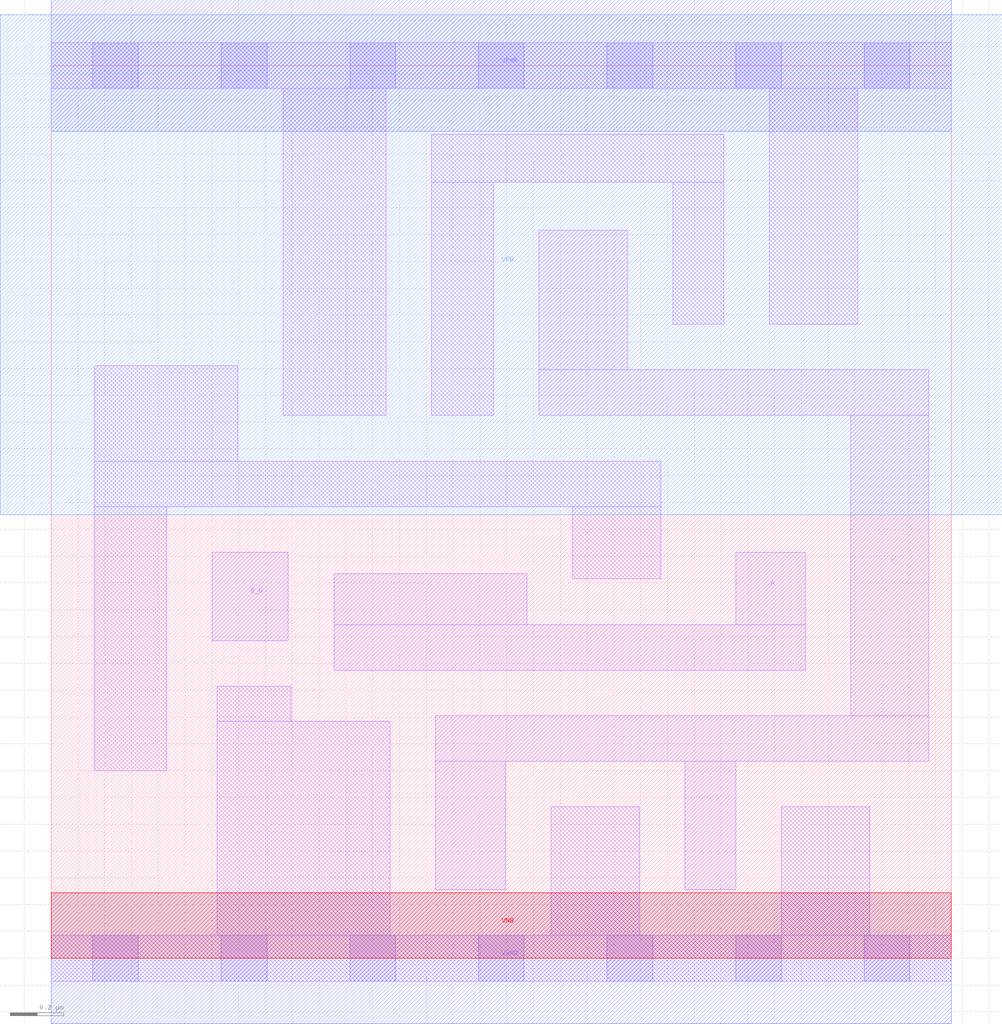
<source format=lef>
# Copyright 2020 The SkyWater PDK Authors
#
# Licensed under the Apache License, Version 2.0 (the "License");
# you may not use this file except in compliance with the License.
# You may obtain a copy of the License at
#
#     https://www.apache.org/licenses/LICENSE-2.0
#
# Unless required by applicable law or agreed to in writing, software
# distributed under the License is distributed on an "AS IS" BASIS,
# WITHOUT WARRANTIES OR CONDITIONS OF ANY KIND, either express or implied.
# See the License for the specific language governing permissions and
# limitations under the License.
#
# SPDX-License-Identifier: Apache-2.0

VERSION 5.7 ;
  NOWIREEXTENSIONATPIN ON ;
  DIVIDERCHAR "/" ;
  BUSBITCHARS "[]" ;
MACRO sky130_fd_sc_lp__nor2b_2
  CLASS CORE ;
  FOREIGN sky130_fd_sc_lp__nor2b_2 ;
  ORIGIN  0.000000  0.000000 ;
  SIZE  3.360000 BY  3.330000 ;
  SYMMETRY X Y R90 ;
  SITE unit ;
  PIN A
    ANTENNAGATEAREA  0.630000 ;
    DIRECTION INPUT ;
    USE SIGNAL ;
    PORT
      LAYER li1 ;
        RECT 1.055000 1.075000 2.815000 1.245000 ;
        RECT 1.055000 1.245000 1.775000 1.435000 ;
        RECT 2.555000 1.245000 2.815000 1.515000 ;
    END
  END A
  PIN B_N
    ANTENNAGATEAREA  0.126000 ;
    DIRECTION INPUT ;
    USE SIGNAL ;
    PORT
      LAYER li1 ;
        RECT 0.600000 1.185000 0.885000 1.515000 ;
    END
  END B_N
  PIN Y
    ANTENNADIFFAREA  0.823200 ;
    DIRECTION OUTPUT ;
    USE SIGNAL ;
    PORT
      LAYER li1 ;
        RECT 1.435000 0.255000 1.695000 0.735000 ;
        RECT 1.435000 0.735000 3.275000 0.905000 ;
        RECT 1.820000 2.025000 3.275000 2.195000 ;
        RECT 1.820000 2.195000 2.150000 2.715000 ;
        RECT 2.365000 0.255000 2.555000 0.735000 ;
        RECT 2.985000 0.905000 3.275000 2.025000 ;
    END
  END Y
  PIN VGND
    DIRECTION INOUT ;
    USE GROUND ;
    PORT
      LAYER met1 ;
        RECT 0.000000 -0.245000 3.360000 0.245000 ;
    END
  END VGND
  PIN VNB
    DIRECTION INOUT ;
    USE GROUND ;
    PORT
      LAYER pwell ;
        RECT 0.000000 0.000000 3.360000 0.245000 ;
    END
  END VNB
  PIN VPB
    DIRECTION INOUT ;
    USE POWER ;
    PORT
      LAYER nwell ;
        RECT -0.190000 1.655000 3.550000 3.520000 ;
    END
  END VPB
  PIN VPWR
    DIRECTION INOUT ;
    USE POWER ;
    PORT
      LAYER met1 ;
        RECT 0.000000 3.085000 3.360000 3.575000 ;
    END
  END VPWR
  OBS
    LAYER li1 ;
      RECT 0.000000 -0.085000 3.360000 0.085000 ;
      RECT 0.000000  3.245000 3.360000 3.415000 ;
      RECT 0.160000  0.700000 0.430000 1.685000 ;
      RECT 0.160000  1.685000 2.275000 1.855000 ;
      RECT 0.160000  1.855000 0.695000 2.210000 ;
      RECT 0.620000  0.085000 1.265000 0.885000 ;
      RECT 0.620000  0.885000 0.895000 1.015000 ;
      RECT 0.865000  2.025000 1.250000 3.245000 ;
      RECT 1.420000  2.025000 1.650000 2.895000 ;
      RECT 1.420000  2.895000 2.510000 3.075000 ;
      RECT 1.865000  0.085000 2.195000 0.565000 ;
      RECT 1.945000  1.415000 2.275000 1.685000 ;
      RECT 2.320000  2.365000 2.510000 2.895000 ;
      RECT 2.680000  2.365000 3.010000 3.245000 ;
      RECT 2.725000  0.085000 3.055000 0.565000 ;
    LAYER mcon ;
      RECT 0.155000 -0.085000 0.325000 0.085000 ;
      RECT 0.155000  3.245000 0.325000 3.415000 ;
      RECT 0.635000 -0.085000 0.805000 0.085000 ;
      RECT 0.635000  3.245000 0.805000 3.415000 ;
      RECT 1.115000 -0.085000 1.285000 0.085000 ;
      RECT 1.115000  3.245000 1.285000 3.415000 ;
      RECT 1.595000 -0.085000 1.765000 0.085000 ;
      RECT 1.595000  3.245000 1.765000 3.415000 ;
      RECT 2.075000 -0.085000 2.245000 0.085000 ;
      RECT 2.075000  3.245000 2.245000 3.415000 ;
      RECT 2.555000 -0.085000 2.725000 0.085000 ;
      RECT 2.555000  3.245000 2.725000 3.415000 ;
      RECT 3.035000 -0.085000 3.205000 0.085000 ;
      RECT 3.035000  3.245000 3.205000 3.415000 ;
  END
END sky130_fd_sc_lp__nor2b_2
END LIBRARY

</source>
